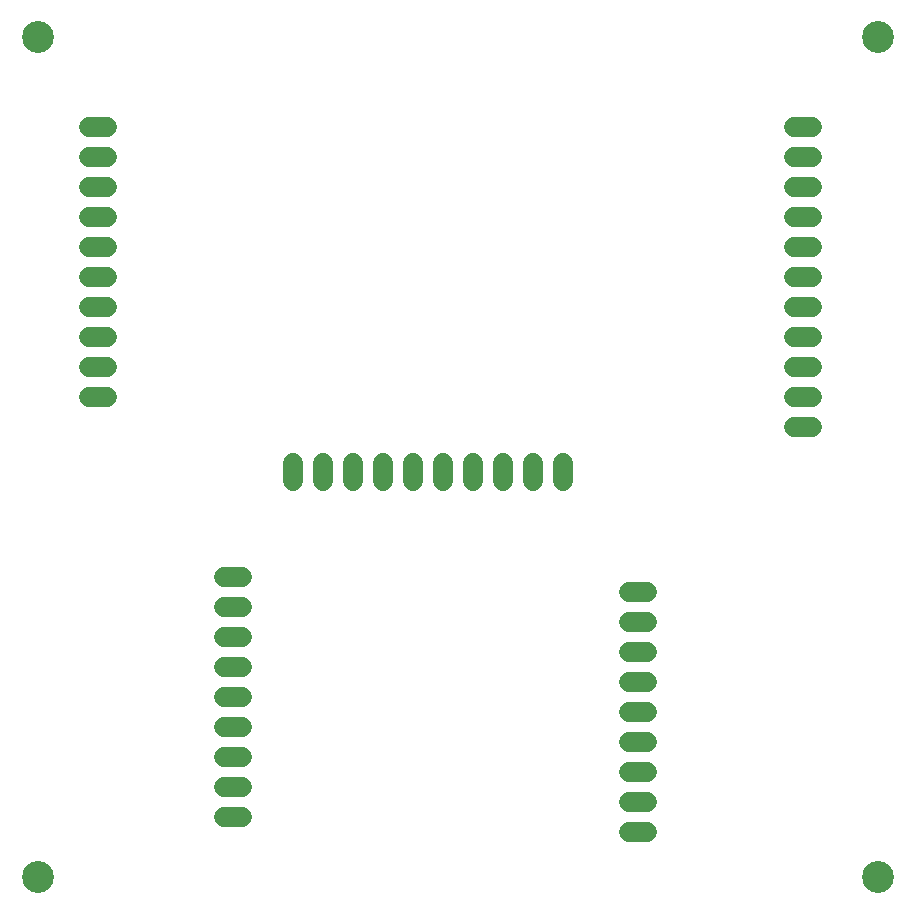
<source format=gbr>
G04 EAGLE Gerber RS-274X export*
G75*
%MOMM*%
%FSLAX34Y34*%
%LPD*%
%INSoldermask Bottom*%
%IPPOS*%
%AMOC8*
5,1,8,0,0,1.08239X$1,22.5*%
G01*
%ADD10C,2.703200*%
%ADD11C,1.727200*%


D10*
X76200Y774700D03*
X76200Y63500D03*
X787400Y63500D03*
X787400Y774700D03*
D11*
X591820Y101600D02*
X576580Y101600D01*
X576580Y127000D02*
X591820Y127000D01*
X591820Y152400D02*
X576580Y152400D01*
X576580Y177800D02*
X591820Y177800D01*
X591820Y203200D02*
X576580Y203200D01*
X576580Y228600D02*
X591820Y228600D01*
X591820Y254000D02*
X576580Y254000D01*
X576580Y279400D02*
X591820Y279400D01*
X591820Y304800D02*
X576580Y304800D01*
X248920Y114300D02*
X233680Y114300D01*
X233680Y139700D02*
X248920Y139700D01*
X248920Y165100D02*
X233680Y165100D01*
X233680Y190500D02*
X248920Y190500D01*
X248920Y215900D02*
X233680Y215900D01*
X233680Y241300D02*
X248920Y241300D01*
X248920Y266700D02*
X233680Y266700D01*
X233680Y292100D02*
X248920Y292100D01*
X248920Y317500D02*
X233680Y317500D01*
X134620Y698500D02*
X119380Y698500D01*
X119380Y673100D02*
X134620Y673100D01*
X134620Y647700D02*
X119380Y647700D01*
X119380Y622300D02*
X134620Y622300D01*
X134620Y596900D02*
X119380Y596900D01*
X119380Y571500D02*
X134620Y571500D01*
X134620Y546100D02*
X119380Y546100D01*
X119380Y520700D02*
X134620Y520700D01*
X134620Y495300D02*
X119380Y495300D01*
X119380Y469900D02*
X134620Y469900D01*
X520700Y414020D02*
X520700Y398780D01*
X495300Y398780D02*
X495300Y414020D01*
X469900Y414020D02*
X469900Y398780D01*
X444500Y398780D02*
X444500Y414020D01*
X419100Y414020D02*
X419100Y398780D01*
X393700Y398780D02*
X393700Y414020D01*
X368300Y414020D02*
X368300Y398780D01*
X342900Y398780D02*
X342900Y414020D01*
X317500Y414020D02*
X317500Y398780D01*
X292100Y398780D02*
X292100Y414020D01*
X716280Y698500D02*
X731520Y698500D01*
X731520Y673100D02*
X716280Y673100D01*
X716280Y647700D02*
X731520Y647700D01*
X731520Y622300D02*
X716280Y622300D01*
X716280Y596900D02*
X731520Y596900D01*
X731520Y571500D02*
X716280Y571500D01*
X716280Y546100D02*
X731520Y546100D01*
X731520Y520700D02*
X716280Y520700D01*
X716280Y495300D02*
X731520Y495300D01*
X731520Y469900D02*
X716280Y469900D01*
X716280Y444500D02*
X731520Y444500D01*
M02*

</source>
